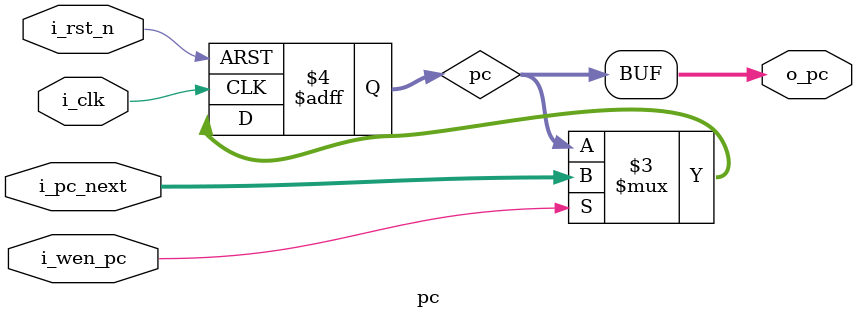
<source format=v>
module pc(
    input i_clk,
    input i_rst_n,
    input i_wen_pc,
    input [31:0] i_pc_next,
    output [31:0] o_pc
);

// wires and regs
reg [31:0] pc;

assign o_pc = pc;

always @(negedge i_rst_n or posedge i_clk)
begin
    if(!i_rst_n) begin
        pc <= 32'h0000_0000;
    end
    else begin
        pc <= (i_wen_pc) ? i_pc_next : pc;
    end
end


endmodule
</source>
